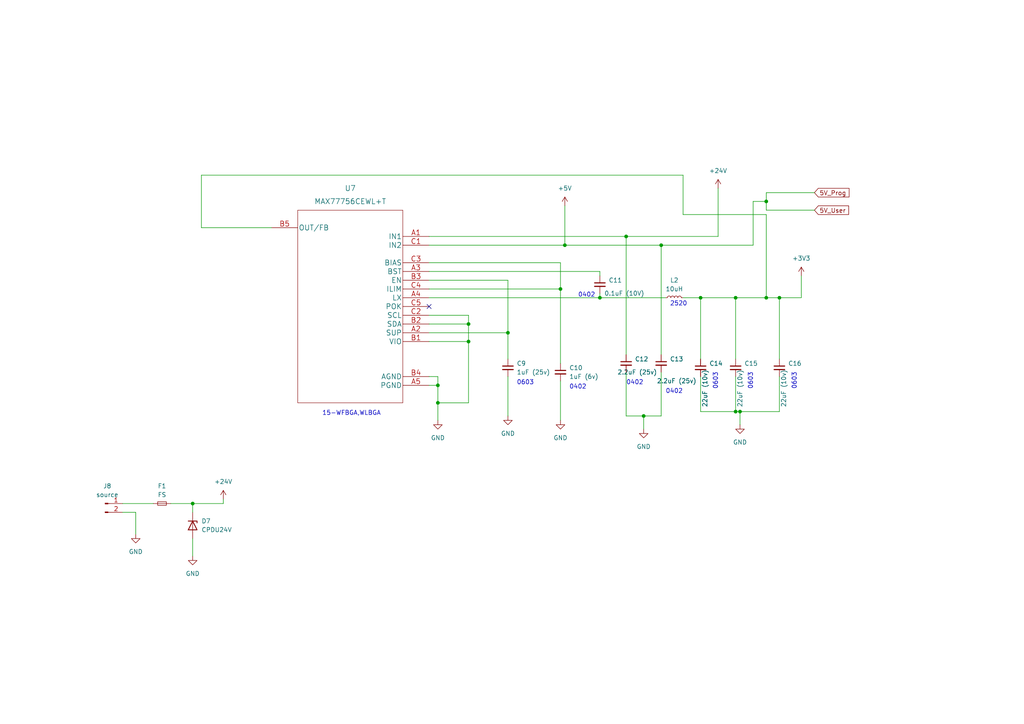
<source format=kicad_sch>
(kicad_sch (version 20211123) (generator eeschema)
  (paper "A4")
  (lib_symbols
    (symbol "Connector:Conn_01x02_Male" (pin_names (offset 1.016) hide)
      (property "Reference" "J" (at 0 2.54 0))
      (property "Value" "Conn_01x02_Male" (at 0 -5.08 0))
      (symbol "Conn_01x02_Male_1_1"
        (polyline (pts (xy 1.27 -2.54) (xy 0.8636 -2.54)) (stroke (width 0.1524)))
        (polyline (pts (xy 1.27 0) (xy 0.8636 0)) (stroke (width 0.1524)))
        (rectangle (start 0.8636 -2.413) (end 0 -2.667) (stroke (width 0.1524)) (fill (type outline)))
        (rectangle (start 0.8636 0.127) (end 0 -0.127) (stroke (width 0.1524)) (fill (type outline)))
        (pin passive line (at 5.08 0 180) (length 3.81) (name "Pin_1") (number "1"))
        (pin passive line (at 5.08 -2.54 180) (length 3.81) (name "Pin_2") (number "2"))
      )
    )
    (symbol "Device:C_Small" (pin_numbers hide) (pin_names (offset 0.254) hide)
      (property "Reference" "C" (at 0.254 1.778 0))
      (property "Value" "C_Small" (at 0.254 -2.032 0))
      (symbol "C_Small_0_1"
        (polyline (pts (xy -1.524 -0.508) (xy 1.524 -0.508)) (stroke (width 0.3302)))
        (polyline (pts (xy -1.524 0.508) (xy 1.524 0.508)) (stroke (width 0.3048)))
      )
      (symbol "C_Small_1_1"
        (pin passive line (at 0 2.54 270) (length 2.032) (name "~") (number "1"))
        (pin passive line (at 0 -2.54 90) (length 2.032) (name "~") (number "2"))
      )
    )
    (symbol "Device:Fuse_Small" (pin_numbers hide) (pin_names (offset 0.254) hide)
      (property "Reference" "F" (at 0 -1.524 0))
      (property "Value" "Fuse_Small" (at 0 1.524 0))
      (symbol "Fuse_Small_0_1"
        (rectangle (start -1.27 0.508) (end 1.27 -0.508))
        (polyline (pts (xy -1.27 0) (xy 1.27 0)))
      )
      (symbol "Fuse_Small_1_1"
        (pin passive line (at -2.54 0 0) (length 1.27) (name "~") (number "1"))
        (pin passive line (at 2.54 0 180) (length 1.27) (name "~") (number "2"))
      )
    )
    (symbol "Device:L_Small" (pin_numbers hide) (pin_names (offset 0.254) hide)
      (property "Reference" "L" (at 0.762 1.016 0))
      (property "Value" "L_Small" (at 0.762 -1.016 0))
      (symbol "L_Small_0_1"
        (arc (start 0 -2.032) (mid 0.508 -1.524) (end 0 -1.016))
        (arc (start 0 -1.016) (mid 0.508 -0.508) (end 0 0))
        (arc (start 0 0) (mid 0.508 0.508) (end 0 1.016))
        (arc (start 0 1.016) (mid 0.508 1.524) (end 0 2.032))
      )
      (symbol "L_Small_1_1"
        (pin passive line (at 0 2.54 270) (length 0.508) (name "~") (number "1"))
        (pin passive line (at 0 -2.54 90) (length 0.508) (name "~") (number "2"))
      )
    )
    (symbol "Diode:ESD5Zxx" (pin_numbers hide) (pin_names hide)
      (property "Reference" "D" (at 0 2.54 0))
      (property "Value" "ESD5Zxx" (at 0 -2.54 0))
      (symbol "ESD5Zxx_0_1"
        (polyline (pts (xy 1.27 0) (xy -1.27 0)))
        (polyline (pts (xy -1.27 -1.27) (xy -1.27 1.27) (xy -0.762 1.27)) (stroke (width 0.254)))
        (polyline (pts (xy 1.27 -1.27) (xy 1.27 1.27) (xy -1.27 0) (xy 1.27 -1.27)) (stroke (width 0.254)))
      )
      (symbol "ESD5Zxx_1_1"
        (pin passive line (at -3.81 0 0) (length 2.54) (name "K") (number "1"))
        (pin passive line (at 3.81 0 180) (length 2.54) (name "A") (number "2"))
      )
    )
    (symbol "MAX77756CEWL&plus_T:MAX77756CEWL+T" (pin_names (offset 0.254))
      (property "Reference" "U" (at 22.86 12.7 0))
      (property "Value" "MAX77756CEWL+T" (at 22.86 10.16 0))
      (symbol "MAX77756CEWL+T_1_1"
        (polyline (pts (xy 7.62 -48.26) (xy 38.1 -48.26)) (stroke (width 0.127)))
        (polyline (pts (xy 7.62 7.62) (xy 7.62 -48.26)) (stroke (width 0.127)))
        (polyline (pts (xy 38.1 -48.26) (xy 38.1 7.62)) (stroke (width 0.127)))
        (polyline (pts (xy 38.1 7.62) (xy 7.62 7.62)) (stroke (width 0.127)))
        (pin input line (at 0 0 0) (length 7.62) (name "IN1") (number "A1"))
        (pin unspecified line (at 0 -27.94 0) (length 7.62) (name "SUP") (number "A2"))
        (pin unspecified line (at 0 -10.16 0) (length 7.62) (name "BST") (number "A3"))
        (pin unspecified line (at 0 -17.78 0) (length 7.62) (name "LX") (number "A4"))
        (pin power_in line (at 0 -43.18 0) (length 7.62) (name "PGND") (number "A5"))
        (pin unspecified line (at 0 -30.48 0) (length 7.62) (name "VIO") (number "B1"))
        (pin unspecified line (at 0 -25.4 0) (length 7.62) (name "SDA") (number "B2"))
        (pin unspecified line (at 0 -12.7 0) (length 7.62) (name "EN") (number "B3"))
        (pin power_in line (at 0 -40.64 0) (length 7.62) (name "AGND") (number "B4"))
        (pin output line (at 45.72 2.54 180) (length 7.62) (name "OUT/FB") (number "B5"))
        (pin input line (at 0 -2.54 0) (length 7.62) (name "IN2") (number "C1"))
        (pin unspecified line (at 0 -22.86 0) (length 7.62) (name "SCL") (number "C2"))
        (pin unspecified line (at 0 -7.62 0) (length 7.62) (name "BIAS") (number "C3"))
        (pin unspecified line (at 0 -15.24 0) (length 7.62) (name "ILIM") (number "C4"))
        (pin unspecified line (at 0 -20.32 0) (length 7.62) (name "POK") (number "C5"))
      )
    )
    (symbol "power:+24V" (power) (pin_names (offset 0))
      (property "Value" "+24V" (at 0 3.556 0))
      (symbol "+24V_0_1"
        (polyline (pts (xy -0.762 1.27) (xy 0 2.54)))
        (polyline (pts (xy 0 0) (xy 0 2.54)))
        (polyline (pts (xy 0 2.54) (xy 0.762 1.27)))
      )
      (symbol "+24V_1_1"
        (pin power_in line (at 0 0 90) (length 0) hide (name "+24V") (number "1"))
      )
    )
    (symbol "power:+3V3" (power) (pin_names (offset 0))
      (property "Value" "+3V3" (at 0 3.556 0))
      (symbol "+3V3_0_1"
        (polyline (pts (xy -0.762 1.27) (xy 0 2.54)))
        (polyline (pts (xy 0 0) (xy 0 2.54)))
        (polyline (pts (xy 0 2.54) (xy 0.762 1.27)))
      )
      (symbol "+3V3_1_1"
        (pin power_in line (at 0 0 90) (length 0) hide (name "+3V3") (number "1"))
      )
    )
    (symbol "power:+5V" (power) (pin_names (offset 0))
      (property "Value" "+5V" (at 0 3.556 0))
      (symbol "+5V_0_1"
        (polyline (pts (xy -0.762 1.27) (xy 0 2.54)))
        (polyline (pts (xy 0 0) (xy 0 2.54)))
        (polyline (pts (xy 0 2.54) (xy 0.762 1.27)))
      )
      (symbol "+5V_1_1"
        (pin power_in line (at 0 0 90) (length 0) hide (name "+5V") (number "1"))
      )
    )
    (symbol "power:GND" (power) (pin_names (offset 0))
      (property "Value" "GND" (at 0 -3.81 0))
      (symbol "GND_0_1"
        (polyline (pts (xy 0 0) (xy 0 -1.27) (xy 1.27 -1.27) (xy 0 -2.54) (xy -1.27 -1.27) (xy 0 -1.27)))
      )
      (symbol "GND_1_1"
        (pin power_in line (at 0 0 270) (length 0) hide (name "GND") (number "1"))
      )
    )
  )
  (junction (at 163.83 71.12))
  (junction (at 127 111.76))
  (junction (at 222.25 58.42))
  (junction (at 147.32 96.52))
  (junction (at 222.25 86.36))
  (junction (at 213.36 119.38))
  (junction (at 173.99 86.36))
  (junction (at 214.63 119.38))
  (junction (at 226.06 86.36))
  (junction (at 135.89 99.06))
  (junction (at 162.56 83.82))
  (junction (at 186.69 120.65))
  (junction (at 181.61 68.58))
  (junction (at 127 116.84))
  (junction (at 203.2 86.36))
  (junction (at 55.88 146.05))
  (junction (at 135.89 93.98))
  (junction (at 191.77 71.12))
  (junction (at 213.36 86.36))
  (no_connect (at 124.46 88.9))
  (wire (pts (xy 147.32 109.22) (xy 147.32 120.65)))
  (wire (pts (xy 135.89 93.98) (xy 135.89 99.06)))
  (wire (pts (xy 173.99 78.74) (xy 173.99 80.01)))
  (wire (pts (xy 124.46 86.36) (xy 173.99 86.36)))
  (wire (pts (xy 124.46 109.22) (xy 127 109.22)))
  (wire (pts (xy 203.2 86.36) (xy 198.12 86.36)))
  (wire (pts (xy 124.46 83.82) (xy 162.56 83.82)))
  (wire (pts (xy 58.42 66.04) (xy 58.42 50.8)))
  (wire (pts (xy 147.32 81.28) (xy 147.32 96.52)))
  (wire (pts (xy 49.53 146.05) (xy 55.88 146.05)))
  (wire (pts (xy 39.37 148.59) (xy 39.37 154.94)))
  (wire (pts (xy 213.36 86.36) (xy 222.25 86.36)))
  (wire (pts (xy 186.69 120.65) (xy 191.77 120.65)))
  (wire (pts (xy 203.2 109.22) (xy 203.2 119.38)))
  (wire (pts (xy 213.36 86.36) (xy 213.36 104.14)))
  (wire (pts (xy 135.89 116.84) (xy 127 116.84)))
  (wire (pts (xy 135.89 99.06) (xy 135.89 116.84)))
  (wire (pts (xy 124.46 91.44) (xy 135.89 91.44)))
  (wire (pts (xy 213.36 119.38) (xy 214.63 119.38)))
  (wire (pts (xy 198.12 50.8) (xy 198.12 62.23)))
  (wire (pts (xy 124.46 76.2) (xy 162.56 76.2)))
  (wire (pts (xy 124.46 99.06) (xy 135.89 99.06)))
  (wire (pts (xy 162.56 83.82) (xy 162.56 105.41)))
  (wire (pts (xy 173.99 86.36) (xy 193.04 86.36)))
  (wire (pts (xy 162.56 110.49) (xy 162.56 121.92)))
  (wire (pts (xy 181.61 107.95) (xy 181.61 120.65)))
  (wire (pts (xy 236.22 55.88) (xy 222.25 55.88)))
  (wire (pts (xy 203.2 104.14) (xy 203.2 86.36)))
  (wire (pts (xy 127 109.22) (xy 127 111.76)))
  (wire (pts (xy 64.77 144.78) (xy 64.77 146.05)))
  (wire (pts (xy 163.83 71.12) (xy 191.77 71.12)))
  (wire (pts (xy 35.56 146.05) (xy 44.45 146.05)))
  (wire (pts (xy 208.28 54.61) (xy 208.28 68.58)))
  (wire (pts (xy 218.44 58.42) (xy 218.44 71.12)))
  (wire (pts (xy 78.74 66.04) (xy 58.42 66.04)))
  (wire (pts (xy 203.2 119.38) (xy 213.36 119.38)))
  (wire (pts (xy 162.56 76.2) (xy 162.56 83.82)))
  (wire (pts (xy 191.77 120.65) (xy 191.77 107.95)))
  (wire (pts (xy 226.06 119.38) (xy 226.06 109.22)))
  (wire (pts (xy 135.89 91.44) (xy 135.89 93.98)))
  (wire (pts (xy 226.06 86.36) (xy 232.41 86.36)))
  (wire (pts (xy 191.77 71.12) (xy 218.44 71.12)))
  (wire (pts (xy 222.25 55.88) (xy 222.25 58.42)))
  (wire (pts (xy 124.46 93.98) (xy 135.89 93.98)))
  (wire (pts (xy 55.88 146.05) (xy 55.88 148.59)))
  (wire (pts (xy 163.83 59.69) (xy 163.83 71.12)))
  (wire (pts (xy 222.25 58.42) (xy 218.44 58.42)))
  (wire (pts (xy 236.22 60.96) (xy 222.25 60.96)))
  (wire (pts (xy 58.42 50.8) (xy 198.12 50.8)))
  (wire (pts (xy 222.25 86.36) (xy 226.06 86.36)))
  (wire (pts (xy 203.2 86.36) (xy 213.36 86.36)))
  (wire (pts (xy 124.46 96.52) (xy 147.32 96.52)))
  (wire (pts (xy 214.63 119.38) (xy 214.63 123.19)))
  (wire (pts (xy 147.32 96.52) (xy 147.32 104.14)))
  (wire (pts (xy 214.63 119.38) (xy 226.06 119.38)))
  (wire (pts (xy 226.06 86.36) (xy 226.06 104.14)))
  (wire (pts (xy 173.99 86.36) (xy 173.99 85.09)))
  (wire (pts (xy 222.25 60.96) (xy 222.25 58.42)))
  (wire (pts (xy 222.25 62.23) (xy 222.25 86.36)))
  (wire (pts (xy 127 111.76) (xy 127 116.84)))
  (wire (pts (xy 232.41 80.01) (xy 232.41 86.36)))
  (wire (pts (xy 124.46 71.12) (xy 163.83 71.12)))
  (wire (pts (xy 35.56 148.59) (xy 39.37 148.59)))
  (wire (pts (xy 124.46 68.58) (xy 181.61 68.58)))
  (wire (pts (xy 55.88 156.21) (xy 55.88 161.29)))
  (wire (pts (xy 127 116.84) (xy 127 121.92)))
  (wire (pts (xy 181.61 68.58) (xy 181.61 102.87)))
  (wire (pts (xy 124.46 81.28) (xy 147.32 81.28)))
  (wire (pts (xy 181.61 68.58) (xy 208.28 68.58)))
  (wire (pts (xy 127 111.76) (xy 124.46 111.76)))
  (wire (pts (xy 124.46 78.74) (xy 173.99 78.74)))
  (wire (pts (xy 55.88 146.05) (xy 64.77 146.05)))
  (wire (pts (xy 186.69 120.65) (xy 186.69 124.46)))
  (wire (pts (xy 191.77 71.12) (xy 191.77 102.87)))
  (wire (pts (xy 198.12 62.23) (xy 222.25 62.23)))
  (wire (pts (xy 181.61 120.65) (xy 186.69 120.65)))
  (wire (pts (xy 213.36 109.22) (xy 213.36 119.38)))
  (text "0603" (at 208.28 113.03 90) (effects (font (size 1.27 1.27)) (justify left bottom)))
  (text "0402" (at 193.04 114.3 0) (effects (font (size 1.27 1.27)) (justify left bottom)))
  (text "0603" (at 231.14 113.03 90) (effects (font (size 1.27 1.27)) (justify left bottom)))
  (text "0402" (at 181.61 111.76 0) (effects (font (size 1.27 1.27)) (justify left bottom)))
  (text "15-WFBGA,WLBGA" (at 110.49 120.65 180) (effects (font (size 1.27 1.27)) (justify right bottom)))
  (text "0402\n" (at 167.64 86.36 0) (effects (font (size 1.27 1.27)) (justify left bottom)))
  (text "0402" (at 165.1 113.03 0) (effects (font (size 1.27 1.27)) (justify left bottom)))
  (text "0603" (at 149.86 111.76 0) (effects (font (size 1.27 1.27)) (justify left bottom)))
  (text "0603" (at 218.44 113.03 90) (effects (font (size 1.27 1.27)) (justify left bottom)))
  (text "2520" (at 194.31 88.9 0) (effects (font (size 1.27 1.27)) (justify left bottom)))
  (global_label "5V_User" (shape input) (at 236.22 60.96 0) (property "Intersheet References" "${INTERSHEET_REFS}" (effects hide)))
  (global_label "5V_Prog" (shape input) (at 236.22 55.88 0) (property "Intersheet References" "${INTERSHEET_REFS}" (effects hide)))
  (symbol (lib_id "power:GND") (at 147.32 120.65 0) (unit 1)
    (property "Reference" "#PWR0144" (effects hide))
    (property "Value" "GND" (at 147.32 125.73 0))
  )
  (symbol (lib_id "Device:Fuse_Small") (at 46.99 146.05 0) (unit 1)
    (property "Reference" "F1" (at 46.99 140.97 0))
    (property "Value" "FS" (at 46.99 143.51 0))
    (property "Footprint" "Diode_SMD:D_1812_4532Metric" (effects hide))
    (property "Manufacturer" "0ZCG0030FF2C" (effects hide))
  )
  (symbol (lib_id "Device:C_Small") (at 191.77 105.41 0) (unit 1)
    (property "Reference" "C13" (at 194.31 104.1462 0) (effects (justify left)))
    (property "Value" "2.2uF (25v)" (at 190.5 110.49 0) (effects (justify left)))
    (property "Footprint" "Capacitor_SMD:C_0402_1005Metric" (effects hide))
    (property "Manufacturer" "C1005X5R1E225K050BC" (effects hide))
  )
  (symbol (lib_id "Connector:Conn_01x02_Male") (at 30.48 146.05 0) (unit 1)
    (property "Reference" "J8" (at 31.115 140.97 0))
    (property "Value" "source" (at 31.115 143.51 0))
    (property "Footprint" "Connector_PinSocket_2.54mm:PinSocket_1x02_P2.54mm_Vertical" (effects hide))
    (property "Manufacturer" "PPPC021LFBN-RC" (effects hide))
  )
  (symbol (lib_id "Device:C_Small") (at 181.61 105.41 0) (unit 1)
    (property "Reference" "C12" (at 184.15 104.1462 0) (effects (justify left)))
    (property "Value" "2.2uF (25v)" (at 179.07 107.95 0) (effects (justify left)))
    (property "Footprint" "Capacitor_SMD:C_0402_1005Metric" (effects hide))
    (property "Manufacturer" "C1005X5R1E225K050BC" (effects hide))
  )
  (symbol (lib_id "Device:C_Small") (at 213.36 106.68 0) (unit 1)
    (property "Reference" "C15" (at 215.9 105.4162 0) (effects (justify left)))
    (property "Value" "22uF (10v)" (at 214.63 118.11 90) (effects (justify left)))
    (property "Footprint" "Capacitor_SMD:C_0603_1608Metric" (effects hide))
    (property "Manufacturer" "C1608X5R1A226M080AC" (effects hide))
  )
  (symbol (lib_id "power:GND") (at 162.56 121.92 0) (unit 1)
    (property "Reference" "#PWR0145" (effects hide))
    (property "Value" "GND" (at 162.56 127 0))
  )
  (symbol (lib_id "power:GND") (at 39.37 154.94 0) (unit 1)
    (property "Reference" "#PWR01" (effects hide))
    (property "Value" "GND" (at 39.37 160.02 0))
  )
  (symbol (lib_id "power:+3V3") (at 232.41 80.01 0) (unit 1)
    (property "Reference" "#PWR0143" (effects hide))
    (property "Value" "+3V3" (at 232.41 74.93 0))
  )
  (symbol (lib_id "Device:C_Small") (at 173.99 82.55 0) (unit 1)
    (property "Reference" "C11" (at 176.53 81.2862 0) (effects (justify left)))
    (property "Value" "0.1uF (10V)" (at 175.26 85.09 0) (effects (justify left)))
    (property "Footprint" "Capacitor_SMD:C_0402_1005Metric" (effects hide))
    (property "Manufacturer" "CL05B104KP5NNNC" (effects hide))
  )
  (symbol (lib_id "Device:C_Small") (at 226.06 106.68 0) (unit 1)
    (property "Reference" "C16" (at 228.6 105.4162 0) (effects (justify left)))
    (property "Value" "22uF (10v)" (at 227.33 118.11 90) (effects (justify left)))
    (property "Footprint" "Capacitor_SMD:C_0603_1608Metric" (effects hide))
    (property "Manufacturer" "C1608X5R1A226M080AC" (effects hide))
  )
  (symbol (lib_id "Device:C_Small") (at 203.2 106.68 0) (unit 1)
    (property "Reference" "C14" (at 205.74 105.4162 0) (effects (justify left)))
    (property "Value" "22uF (10v)" (at 204.47 118.11 90) (effects (justify left)))
    (property "Footprint" "Capacitor_SMD:C_0603_1608Metric" (effects hide))
    (property "Manufacturer" "C1608X5R1A226M080AC" (effects hide))
  )
  (symbol (lib_id "Device:C_Small") (at 162.56 107.95 0) (unit 1)
    (property "Reference" "C10" (at 165.1 106.6862 0) (effects (justify left)))
    (property "Value" "1uF (6v)" (at 165.1 109.2262 0) (effects (justify left)))
    (property "Footprint" "Capacitor_SMD:C_0402_1005Metric" (effects hide))
    (property "Manufacturer" "CL05A105KQ5NNNC" (effects hide))
  )
  (symbol (lib_id "Device:C_Small") (at 147.32 106.68 0) (unit 1)
    (property "Reference" "C9" (at 149.86 105.4162 0) (effects (justify left)))
    (property "Value" "1uF (25v)" (at 149.86 107.9562 0) (effects (justify left)))
    (property "Footprint" "Capacitor_SMD:C_0603_1608Metric" (effects hide))
    (property "Manufacturer" "C1608X7R1V105K080AC" (effects hide))
  )
  (symbol (lib_id "power:+24V") (at 208.28 54.61 0) (mirror y) (unit 1)
    (property "Reference" "#PWR0142" (effects hide))
    (property "Value" "+24V" (at 208.28 49.53 0))
  )
  (symbol (lib_id "power:GND") (at 127 121.92 0) (unit 1)
    (property "Reference" "#PWR0146" (effects hide))
    (property "Value" "GND" (at 127 127 0))
  )
  (symbol (lib_id "Device:L_Small") (at 195.58 86.36 90) (unit 1)
    (property "Reference" "L2" (at 195.58 81.28 90))
    (property "Value" "10uH" (at 195.58 83.82 90))
    (property "Footprint" "Inductor_SMD:L_1008_2520Metric" (effects hide))
    (property "Manufacturer" "74479887310A" (effects hide))
  )
  (symbol (lib_id "MAX77756CEWL&plus_T:MAX77756CEWL+T") (at 124.46 68.58 0) (mirror y) (unit 1)
    (property "Reference" "U7" (at 101.6 54.61 0) (effects (font (size 1.524 1.524))))
    (property "Value" "MAX77756CEWL+T" (at 101.6 58.42 0) (effects (font (size 1.524 1.524))))
    (property "Footprint" "Lib_footprint:MAX77756CEWL&plus_T" (effects hide))
    (property "Manufacturer" "MAX77756BEWL+T" (effects hide))
  )
  (symbol (lib_id "power:+5V") (at 163.83 59.69 0) (unit 1)
    (property "Reference" "#PWR0157" (effects hide))
    (property "Value" "+5V" (at 163.83 54.61 0))
  )
  (symbol (lib_id "power:GND") (at 186.69 124.46 0) (unit 1)
    (property "Reference" "#PWR0147" (effects hide))
    (property "Value" "GND" (at 186.69 129.54 0))
  )
  (symbol (lib_id "power:+24V") (at 64.77 144.78 0) (unit 1)
    (property "Reference" "#PWR03" (effects hide))
    (property "Value" "+24V" (at 64.77 139.7 0))
  )
  (symbol (lib_id "power:GND") (at 214.63 123.19 0) (unit 1)
    (property "Reference" "#PWR0148" (effects hide))
    (property "Value" "GND" (at 214.63 128.27 0))
  )
  (symbol (lib_id "power:GND") (at 55.88 161.29 0) (unit 1)
    (property "Reference" "#PWR02" (effects hide))
    (property "Value" "GND" (at 55.88 166.37 0))
  )
  (symbol (lib_id "Diode:ESD5Zxx") (at 55.88 152.4 270) (unit 1)
    (property "Reference" "D7" (at 58.42 151.1299 90) (effects (justify left)))
    (property "Value" "CPDU24V" (at 58.42 153.6699 90) (effects (justify left)))
    (property "Footprint" "Diode_SMD:D_0603_1608Metric" (effects hide))
    (property "Datasheet" "https://www.onsemi.com/pdf/datasheet/esd5z2.5t1-d.pdf" (effects hide))
    (property "Manufacturer" "CPDU24V" (effects hide))
  )
)
</source>
